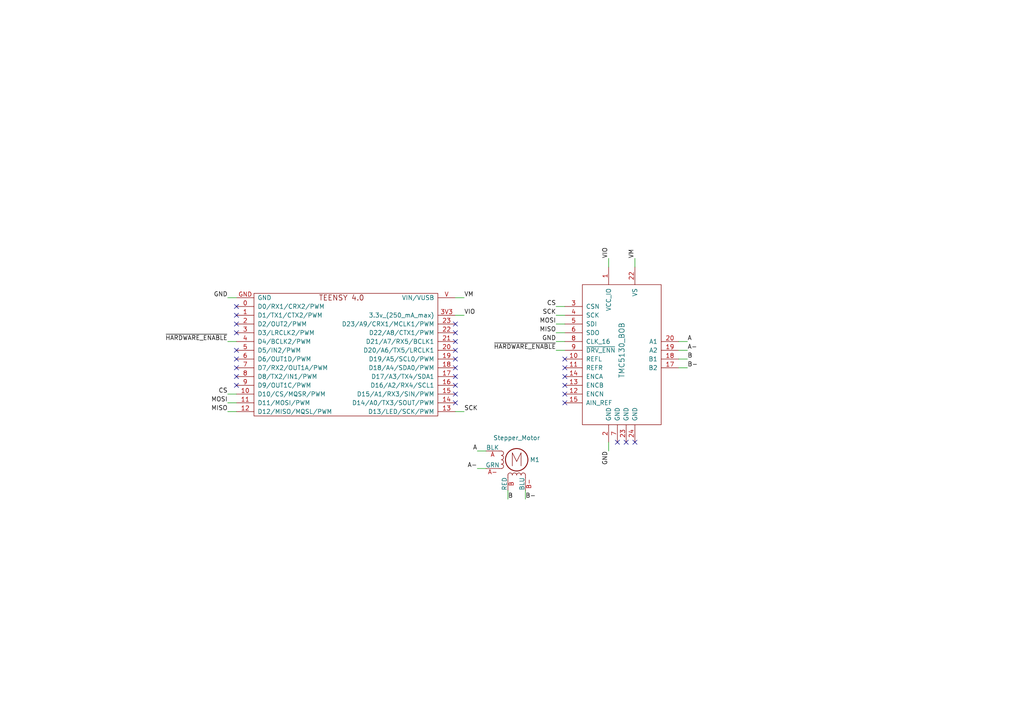
<source format=kicad_sch>
(kicad_sch (version 20230121) (generator eeschema)
  (paper "A4")
  (title_block (title "Trinamic Wiring") (date "2024-01-31") (rev "0.4") (company "Janelia Research Campus"))
  (lib_symbols
    (symbol "Janelia:Stepper_Motor_QSH2818-32-07-006" (pin_names (offset 0))
      (property "Reference" "M" (at 3.81 0 0))
      (property "Value" "Stepper_Motor_QSH2818-32-07-006" (at 0 6.35 0))
      (symbol "Stepper_Motor_QSH2818-32-07-006_0_0"
        (polyline (pts (xy -1.27 -1.778) (xy -1.27 2.032) (xy 0 -0.508) (xy 1.27 2.032) (xy 1.27 -1.778)))
      )
      (symbol "Stepper_Motor_QSH2818-32-07-006_0_1"
        (arc (start -4.445 -2.54) (mid -3.8127 -1.905) (end -4.445 -1.27))
        (arc (start -4.445 -1.27) (mid -3.8127 -0.635) (end -4.445 0))
        (arc (start -4.445 0) (mid -3.8127 0.635) (end -4.445 1.27))
        (arc (start -4.445 1.27) (mid -3.8127 1.905) (end -4.445 2.54))
        (arc (start -1.27 -4.445) (mid -1.905 -3.8127) (end -2.54 -4.445))
        (arc (start 0 -4.445) (mid -0.635 -3.8127) (end -1.27 -4.445))
        (polyline (pts (xy -5.08 -2.54) (xy -4.445 -2.54)))
        (polyline (pts (xy -5.08 2.54) (xy -4.445 2.54)))
        (polyline (pts (xy -2.54 -5.08) (xy -2.54 -4.445)))
        (polyline (pts (xy 2.54 -5.08) (xy 2.54 -4.445)))
        (circle (center 0 0) (radius 3.2512) (stroke (width 0.254)))
        (arc (start 1.27 -4.445) (mid 0.635 -3.8127) (end 0 -4.445))
        (arc (start 2.54 -4.445) (mid 1.905 -3.8127) (end 1.27 -4.445))
      )
      (symbol "Stepper_Motor_QSH2818-32-07-006_1_1"
        (pin passive line (at -8.89 2.54 0) (length 3.81) (name "BLK") (number "A"))
        (pin passive line (at -8.89 -2.54 0) (length 3.81) (name "GRN") (number "A-"))
        (pin passive line (at -2.54 -8.89 90) (length 3.81) (name "RED") (number "B"))
        (pin passive line (at 2.54 -8.89 90) (length 3.81) (name "BLU") (number "B-"))
      )
    )
    (symbol "Janelia:TEENSY_4.0_HEADERS" (pin_names (offset 1.016))
      (property "Reference" "A" (at 0 19.05 0))
      (symbol "TEENSY_4.0_HEADERS_0_1"
        (rectangle (start -26.67 17.78) (end 26.67 -17.78))
      )
      (symbol "TEENSY_4.0_HEADERS_1_1"
        (text "TEENSY 4.0" (at -1.27 16.51 0) (effects (font (size 1.524 1.524))))
        (pin bidirectional line (at -31.75 13.97 0) (length 5.08) (name "D0/RX1/CRX2/PWM") (number "0"))
        (pin bidirectional line (at -31.75 11.43 0) (length 5.08) (name "D1/TX1/CTX2/PWM") (number "1"))
        (pin bidirectional line (at -31.75 -11.43 0) (length 5.08) (name "D10/CS/MQSR/PWM") (number "10"))
        (pin bidirectional line (at -31.75 -13.97 0) (length 5.08) (name "D11/MOSI/PWM") (number "11"))
        (pin bidirectional line (at -31.75 -16.51 0) (length 5.08) (name "D12/MISO/MQSL/PWM") (number "12"))
        (pin bidirectional line (at 31.75 -16.51 180) (length 5.08) (name "D13/LED/SCK/PWM") (number "13"))
        (pin passive line (at 31.75 -13.97 180) (length 5.08) (name "D14/A0/TX3/SOUT/PWM") (number "14"))
        (pin passive line (at 31.75 -11.43 180) (length 5.08) (name "D15/A1/RX3/SIN/PWM") (number "15"))
        (pin passive line (at 31.75 -8.89 180) (length 5.08) (name "D16/A2/RX4/SCL1") (number "16"))
        (pin passive line (at 31.75 -6.35 180) (length 5.08) (name "D17/A3/TX4/SDA1") (number "17"))
        (pin passive line (at 31.75 -3.81 180) (length 5.08) (name "D18/A4/SDA0/PWM") (number "18"))
        (pin passive line (at 31.75 -1.27 180) (length 5.08) (name "D19/A5/SCL0/PWM") (number "19"))
        (pin bidirectional line (at -31.75 8.89 0) (length 5.08) (name "D2/OUT2/PWM") (number "2"))
        (pin passive line (at 31.75 1.27 180) (length 5.08) (name "D20/A6/TX5/LRCLK1") (number "20"))
        (pin passive line (at 31.75 3.81 180) (length 5.08) (name "D21/A7/RX5/BCLK1") (number "21"))
        (pin passive line (at 31.75 6.35 180) (length 5.08) (name "D22/A8/CTX1/PWM") (number "22"))
        (pin passive line (at 31.75 8.89 180) (length 5.08) (name "D23/A9/CRX1/MCLK1/PWM") (number "23"))
        (pin bidirectional line (at -31.75 6.35 0) (length 5.08) (name "D3/LRCLK2/PWM") (number "3"))
        (pin power_out line (at 31.75 11.43 180) (length 5.08) (name "3.3v_(250_mA_max)") (number "3V3"))
        (pin bidirectional line (at -31.75 3.81 0) (length 5.08) (name "D4/BCLK2/PWM") (number "4"))
        (pin bidirectional line (at -31.75 1.27 0) (length 5.08) (name "D5/IN2/PWM") (number "5"))
        (pin bidirectional line (at -31.75 -1.27 0) (length 5.08) (name "D6/OUT1D/PWM") (number "6"))
        (pin bidirectional line (at -31.75 -3.81 0) (length 5.08) (name "D7/RX2/OUT1A/PWM") (number "7"))
        (pin bidirectional line (at -31.75 -6.35 0) (length 5.08) (name "D8/TX2/IN1/PWM") (number "8"))
        (pin bidirectional line (at -31.75 -8.89 0) (length 5.08) (name "D9/OUT1C/PWM") (number "9"))
        (pin passive line (at -31.75 16.51 0) (length 5.08) (name "GND") (number "GND"))
        (pin passive line (at 31.75 16.51 180) (length 5.08) (name "VIN/VUSB") (number "V"))
      )
    )
    (symbol "Janelia:TMC5130_BOB" (pin_names (offset 1.016))
      (property "Value" "TMC5130_BOB" (at 0 0 90))
      (symbol "TMC5130_BOB_0_1"
        (rectangle (start -11.43 20.32) (end 11.43 -20.32))
      )
      (symbol "TMC5130_BOB_1_1"
        (pin power_in line (at -3.81 25.4 270) (length 5.08) (name "VCC_IO") (number "1"))
        (pin input line (at -16.51 -1.27 0) (length 5.08) (name "REFL") (number "10"))
        (pin input line (at -16.51 -3.81 0) (length 5.08) (name "REFR") (number "11"))
        (pin input line (at -16.51 -11.43 0) (length 5.08) (name "ENCN") (number "12"))
        (pin input line (at -16.51 -8.89 0) (length 5.08) (name "ENCB") (number "13"))
        (pin input line (at -16.51 -6.35 0) (length 5.08) (name "ENCA") (number "14"))
        (pin input line (at -16.51 -13.97 0) (length 5.08) (name "AIN_REF") (number "15"))
        (pin power_out line (at 16.51 -3.81 180) (length 5.08) (name "B2") (number "17"))
        (pin power_out line (at 16.51 -1.27 180) (length 5.08) (name "B1") (number "18"))
        (pin power_out line (at 16.51 1.27 180) (length 5.08) (name "A2") (number "19"))
        (pin power_in line (at -3.81 -25.4 90) (length 5.08) (name "GND") (number "2"))
        (pin power_out line (at 16.51 3.81 180) (length 5.08) (name "A1") (number "20"))
        (pin power_in line (at 3.81 25.4 270) (length 5.08) (name "VS") (number "22"))
        (pin power_in line (at 1.27 -25.4 90) (length 5.08) (name "GND") (number "23"))
        (pin power_in line (at 3.81 -25.4 90) (length 5.08) (name "GND") (number "24"))
        (pin input line (at -16.51 13.97 0) (length 5.08) (name "CSN") (number "3"))
        (pin input line (at -16.51 11.43 0) (length 5.08) (name "SCK") (number "4"))
        (pin input line (at -16.51 8.89 0) (length 5.08) (name "SDI") (number "5"))
        (pin output line (at -16.51 6.35 0) (length 5.08) (name "SDO") (number "6"))
        (pin power_in line (at -1.27 -25.4 90) (length 5.08) (name "GND") (number "7"))
        (pin input line (at -16.51 3.81 0) (length 5.08) (name "CLK_16") (number "8"))
        (pin input line (at -16.51 1.27 0) (length 5.08) (name "~{DRV_ENN}") (number "9"))
      )
    )
  )
  (no_connect (at 132.08 114.3))
  (no_connect (at 163.83 114.3))
  (no_connect (at 163.83 104.14))
  (no_connect (at 163.83 109.22))
  (no_connect (at 163.83 106.68))
  (no_connect (at 181.61 128.27))
  (no_connect (at 163.83 116.84))
  (no_connect (at 68.58 88.9))
  (no_connect (at 68.58 104.14))
  (no_connect (at 68.58 101.6))
  (no_connect (at 68.58 106.68))
  (no_connect (at 68.58 109.22))
  (no_connect (at 68.58 111.76))
  (no_connect (at 132.08 96.52))
  (no_connect (at 132.08 93.98))
  (no_connect (at 132.08 111.76))
  (no_connect (at 132.08 109.22))
  (no_connect (at 132.08 106.68))
  (no_connect (at 132.08 104.14))
  (no_connect (at 132.08 101.6))
  (no_connect (at 132.08 99.06))
  (no_connect (at 68.58 93.98))
  (no_connect (at 163.83 111.76))
  (no_connect (at 132.08 116.84))
  (no_connect (at 179.07 128.27))
  (no_connect (at 184.15 128.27))
  (no_connect (at 68.58 91.44))
  (no_connect (at 68.58 96.52))
  (wire (pts (xy 132.08 86.36) (xy 134.62 86.36)))
  (wire (pts (xy 196.85 104.14) (xy 199.39 104.14)))
  (wire (pts (xy 161.29 96.52) (xy 163.83 96.52)))
  (wire (pts (xy 138.43 130.81) (xy 140.97 130.81)))
  (wire (pts (xy 161.29 88.9) (xy 163.83 88.9)))
  (wire (pts (xy 66.04 114.3) (xy 68.58 114.3)))
  (wire (pts (xy 66.04 116.84) (xy 68.58 116.84)))
  (wire (pts (xy 147.32 142.24) (xy 147.32 144.78)))
  (wire (pts (xy 68.58 86.36) (xy 66.04 86.36)))
  (wire (pts (xy 138.43 135.89) (xy 140.97 135.89)))
  (wire (pts (xy 163.83 91.44) (xy 161.29 91.44)))
  (wire (pts (xy 161.29 93.98) (xy 163.83 93.98)))
  (wire (pts (xy 176.53 77.47) (xy 176.53 74.93)))
  (wire (pts (xy 152.4 142.24) (xy 152.4 144.78)))
  (wire (pts (xy 66.04 119.38) (xy 68.58 119.38)))
  (wire (pts (xy 132.08 91.44) (xy 134.62 91.44)))
  (wire (pts (xy 196.85 101.6) (xy 199.39 101.6)))
  (wire (pts (xy 176.53 128.27) (xy 176.53 130.81)))
  (wire (pts (xy 184.15 77.47) (xy 184.15 74.93)))
  (wire (pts (xy 163.83 99.06) (xy 161.29 99.06)))
  (wire (pts (xy 161.29 101.6) (xy 163.83 101.6)))
  (wire (pts (xy 196.85 99.06) (xy 199.39 99.06)))
  (wire (pts (xy 132.08 119.38) (xy 134.62 119.38)))
  (wire (pts (xy 66.04 99.06) (xy 68.58 99.06)))
  (wire (pts (xy 196.85 106.68) (xy 199.39 106.68)))
  (label "~{HARDWARE_ENABLE}" (at 161.29 101.6 180))
  (label "MISO" (at 161.29 96.52 180))
  (label "A-" (at 199.39 101.6 0))
  (label "VIO" (at 176.53 74.93 90))
  (label "VM" (at 184.15 74.93 90))
  (label "~{HARDWARE_ENABLE}" (at 66.04 99.06 180))
  (label "SCK" (at 161.29 91.44 180))
  (label "VM" (at 134.62 86.36 0))
  (label "VIO" (at 134.62 91.44 0))
  (label "B-" (at 152.4 144.78 0))
  (label "B" (at 147.32 144.78 0))
  (label "CS" (at 66.04 114.3 180))
  (label "B-" (at 199.39 106.68 0))
  (label "GND" (at 161.29 99.06 180))
  (label "A" (at 138.43 130.81 180))
  (label "A-" (at 138.43 135.89 180))
  (label "MOSI" (at 161.29 93.98 180))
  (label "B" (at 199.39 104.14 0))
  (label "GND" (at 176.53 130.81 270))
  (label "SCK" (at 134.62 119.38 0))
  (label "MOSI" (at 66.04 116.84 180))
  (label "MISO" (at 66.04 119.38 180))
  (label "CS" (at 161.29 88.9 180))
  (label "A" (at 199.39 99.06 0))
  (label "GND" (at 66.04 86.36 180))
  (symbol (lib_id "Janelia:TEENSY_4.0_HEADERS") (at 100.33 102.87 0) (unit 1)
    (property "Reference" "A1" (effects hide))
    (property "Value" "TEENSY_4.0_HEADERS" (effects hide))
    (property "Footprint" "Janelia:TEENSY_4.0_HEADERS" (effects hide))
    (property "Vendor" "Digi-Key" (effects hide))
    (property "Vendor Part Number" "S7047-ND" (effects hide))
    (property "Description" "CONN HDR 14POS 0.1 GOLD PCB" (effects hide))
    (property "Manufacturer" "Sullins Connector Solutions" (effects hide))
    (property "Manufacturer Part Number" "PPPC141LFBN-RC" (effects hide))
    (property "Sim.Enable" "0" (effects hide))
  )
  (symbol (lib_id "Janelia:TMC5130_BOB") (at 180.34 102.87 0) (unit 1)
    (property "Reference" "BOB1" (effects hide))
    (property "Value" "TMC5130_BOB" (at 180.34 101.6 90) (effects (font (size 1.524 1.524))))
    (property "Vendor" "Digi-Key" (effects hide))
    (property "Vendor Part Number" "505-TMC5130A-BOB-ND" (effects hide))
    (property "Description" "BREAKOUTBOARD WITH TMC5130A" (effects hide))
    (property "Manufacturer" "Analog Devices Inc." (effects hide))
    (property "Manufacturer Part Number" "TMC5130A-BOB" (effects hide))
    (property "Sim.Enable" "0" (effects hide))
  )
  (symbol (lib_id "Janelia:Stepper_Motor_QSH2818-32-07-006") (at 149.86 133.35 0) (unit 1)
    (property "Reference" "M1" (at 153.67 133.35 0) (effects (justify left)))
    (property "Value" "Stepper_Motor" (at 149.86 127 0))
    (property "Manufacturer" "Trinamic Motion Control" (effects hide))
    (property "Manufacturer Part Number" "QSH2818-32-07-006" (effects hide))
    (property "Vendor" "Digi-Key" (effects hide))
    (property "Vendor Part Number" "1460-1072-ND" (effects hide))
  )
)
</source>
